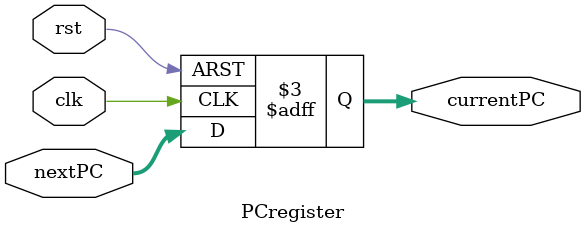
<source format=v>
module PCregister (
  input clk, rst,
  input [15:0] nextPC,
  output reg [15:0] currentPC
);

always @(negedge clk or negedge rst)
  if (!rst)
    currentPC = 16'h0000;
  else
    currentPC = nextPC;

endmodule

</source>
